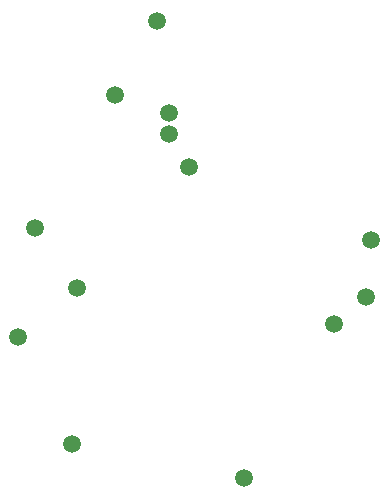
<source format=gbl>
%TF.GenerationSoftware,KiCad,Pcbnew,(5.1.10)-1*%
%TF.CreationDate,2021-07-07T23:01:47-07:00*%
%TF.ProjectId,tactileAGB,74616374-696c-4654-9147-422e6b696361,1.0*%
%TF.SameCoordinates,Original*%
%TF.FileFunction,Copper,L2,Bot*%
%TF.FilePolarity,Positive*%
%FSLAX46Y46*%
G04 Gerber Fmt 4.6, Leading zero omitted, Abs format (unit mm)*
G04 Created by KiCad (PCBNEW (5.1.10)-1) date 2021-07-07 23:01:47*
%MOMM*%
%LPD*%
G01*
G04 APERTURE LIST*
%TA.AperFunction,ComponentPad*%
%ADD10C,1.500000*%
%TD*%
G04 APERTURE END LIST*
D10*
%TO.P,FR2,1*%
%TO.N,Net-(FR2-Pad1)*%
X89284477Y-46167948D03*
%TD*%
%TO.P,GND2PAD1,1*%
%TO.N,GND2*%
X67565612Y-33909434D03*
%TD*%
%TO.P,GND3PAD1,1*%
%TO.N,GND3*%
X71154217Y-27597353D03*
%TD*%
%TO.P,L-SHIELDING1,1*%
%TO.N,GND1*%
X73880003Y-39957789D03*
%TD*%
%TO.P,TP0,1*%
%TO.N,Net-(A1-Pad1)*%
X72154217Y-35396088D03*
%TD*%
%TO.P,TP1,1*%
%TO.N,Net-(B1-Pad1)*%
X72154217Y-37180104D03*
%TD*%
%TO.P,TP2,1*%
%TO.N,Net-(SELECT1-Pad1)*%
X60834864Y-45099328D03*
%TD*%
%TO.P,TP3,1*%
%TO.N,Net-(START1-Pad1)*%
X59371829Y-54347252D03*
%TD*%
%TO.P,TP4,1*%
%TO.N,Net-(RIGHT1-Pad1)*%
X86156117Y-53273742D03*
%TD*%
%TO.P,TP5,1*%
%TO.N,Net-(LEFT1-Pad1)*%
X64390003Y-50247789D03*
%TD*%
%TO.P,TP6,1*%
%TO.N,Net-(TP6-Pad1)*%
X88805618Y-50959479D03*
%TD*%
%TO.P,TP7,1*%
%TO.N,Net-(DOWN1-Pad1)*%
X78455694Y-66325349D03*
%TD*%
%TO.P,VDD-15,1*%
%TO.N,Net-(VDD-15-Pad1)*%
X63972506Y-63385768D03*
%TD*%
M02*

</source>
